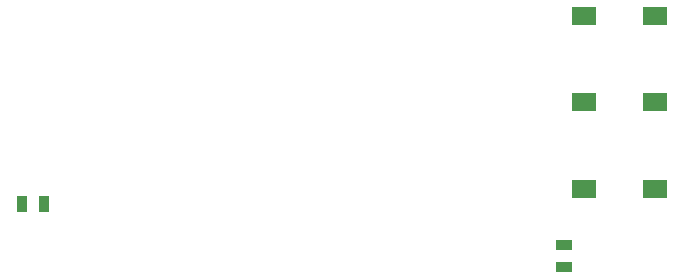
<source format=gtp>
G04 #@! TF.GenerationSoftware,KiCad,Pcbnew,(5.1.5-0-10_14)*
G04 #@! TF.CreationDate,2020-04-27T22:25:58+02:00*
G04 #@! TF.ProjectId,ESP12-Domo,45535031-322d-4446-9f6d-6f2e6b696361,rev?*
G04 #@! TF.SameCoordinates,Original*
G04 #@! TF.FileFunction,Paste,Top*
G04 #@! TF.FilePolarity,Positive*
%FSLAX46Y46*%
G04 Gerber Fmt 4.6, Leading zero omitted, Abs format (unit mm)*
G04 Created by KiCad (PCBNEW (5.1.5-0-10_14)) date 2020-04-27 22:25:58*
%MOMM*%
%LPD*%
G04 APERTURE LIST*
%ADD10R,0.889000X1.397000*%
%ADD11R,1.397000X0.889000*%
%ADD12R,1.998980X1.600200*%
G04 APERTURE END LIST*
D10*
X105105000Y-89600000D03*
X103200000Y-89600000D03*
D11*
X149100000Y-93047500D03*
X149100000Y-94952500D03*
D12*
X156799740Y-73700000D03*
X150800260Y-73700000D03*
X150800260Y-81000000D03*
X156799740Y-81000000D03*
X156799740Y-88300000D03*
X150800260Y-88300000D03*
M02*

</source>
